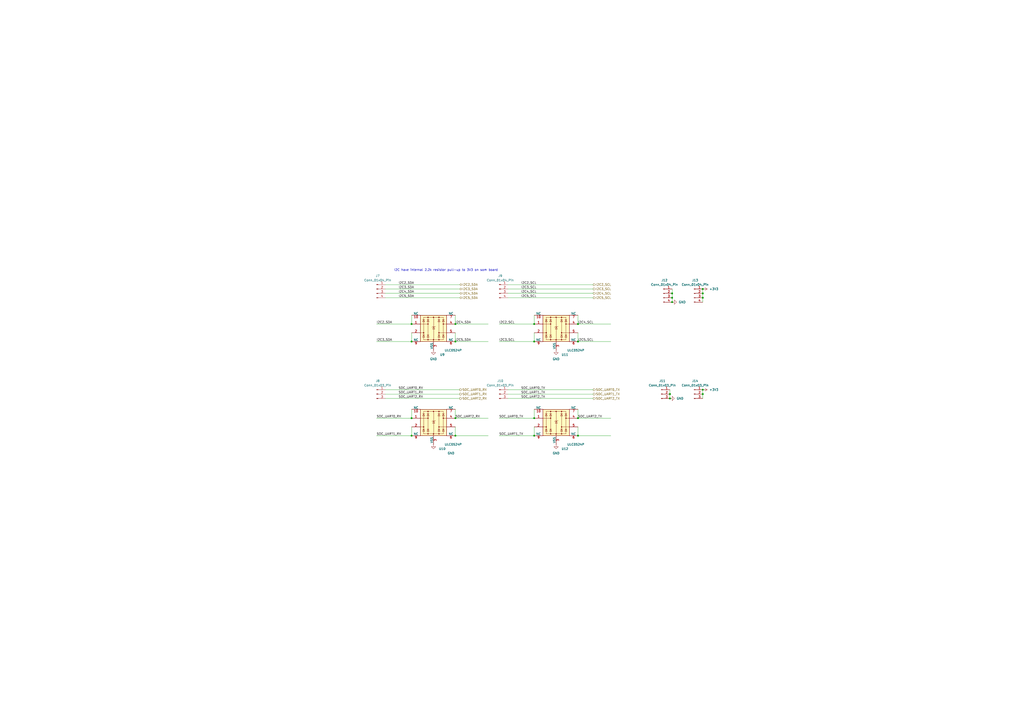
<source format=kicad_sch>
(kicad_sch (version 20250114) (generator "eeschema") (generator_version "9.0")
  (paper "A2")
  (title_block (title "Primer Carrier for LattePanda Mu") (date "2024-03-13") (rev "V1.0.0") (company "DFRobot"))
  (lib_symbols
    (symbol "Connector:Conn_01x03_Pin" (pin_names (offset 1.016) (hide yes))
      (property "Reference" "J" (at 0 5.08 0))
      (property "Value" "Conn_01x03_Pin" (at 0 -5.08 0))
      (symbol "Conn_01x03_Pin_1_1"
        (rectangle (start 0.8636 2.667) (end 0 2.413) (stroke (width 0.1524)) (fill (type outline)))
        (rectangle (start 0.8636 0.127) (end 0 -0.127) (stroke (width 0.1524)) (fill (type outline)))
        (rectangle (start 0.8636 -2.413) (end 0 -2.667) (stroke (width 0.1524)) (fill (type outline)))
        (polyline (pts (xy 1.27 2.54) (xy 0.8636 2.54)) (stroke (width 0.1524)))
        (polyline (pts (xy 1.27 0) (xy 0.8636 0)) (stroke (width 0.1524)))
        (polyline (pts (xy 1.27 -2.54) (xy 0.8636 -2.54)) (stroke (width 0.1524)))
        (pin passive line (at 5.08 2.54 180) (length 3.81) (name "Pin_1") (number "1"))
        (pin passive line (at 5.08 0 180) (length 3.81) (name "Pin_2") (number "2"))
        (pin passive line (at 5.08 -2.54 180) (length 3.81) (name "Pin_3") (number "3"))
      )
    )
    (symbol "Connector:Conn_01x04_Pin" (pin_names (offset 1.016) (hide yes))
      (property "Reference" "J" (at 0 5.08 0))
      (property "Value" "Conn_01x04_Pin" (at 0 -7.62 0))
      (symbol "Conn_01x04_Pin_1_1"
        (rectangle (start 0.8636 2.667) (end 0 2.413) (stroke (width 0.1524)) (fill (type outline)))
        (rectangle (start 0.8636 0.127) (end 0 -0.127) (stroke (width 0.1524)) (fill (type outline)))
        (rectangle (start 0.8636 -2.413) (end 0 -2.667) (stroke (width 0.1524)) (fill (type outline)))
        (rectangle (start 0.8636 -4.953) (end 0 -5.207) (stroke (width 0.1524)) (fill (type outline)))
        (polyline (pts (xy 1.27 2.54) (xy 0.8636 2.54)) (stroke (width 0.1524)))
        (polyline (pts (xy 1.27 0) (xy 0.8636 0)) (stroke (width 0.1524)))
        (polyline (pts (xy 1.27 -2.54) (xy 0.8636 -2.54)) (stroke (width 0.1524)))
        (polyline (pts (xy 1.27 -5.08) (xy 0.8636 -5.08)) (stroke (width 0.1524)))
        (pin passive line (at 5.08 2.54 180) (length 3.81) (name "Pin_1") (number "1"))
        (pin passive line (at 5.08 0 180) (length 3.81) (name "Pin_2") (number "2"))
        (pin passive line (at 5.08 -2.54 180) (length 3.81) (name "Pin_3") (number "3"))
        (pin passive line (at 5.08 -5.08 180) (length 3.81) (name "Pin_4") (number "4"))
      )
    )
    (symbol "Power_Protection:D3V3XA4B10LP" (pin_names (offset 0))
      (property "Reference" "U" (at -0.635 8.89 0))
      (property "Value" "D3V3XA4B10LP" (at 8.89 -10.16 0))
      (symbol "D3V3XA4B10LP_0_0"
        (rectangle (start -5.715 6.477) (end 5.715 -6.604))
        (polyline (pts (xy -3.175 -6.604) (xy -3.175 6.477)))
        (polyline (pts (xy 0.127 6.477) (xy 0.127 -6.604)))
        (polyline (pts (xy 3.175 6.477) (xy 3.175 -6.604)))
      )
      (symbol "D3V3XA4B10LP_0_1"
        (polyline (pts (xy -7.747 2.54) (xy -3.175 2.54)))
        (rectangle (start -7.62 7.62) (end 7.62 -7.62) (stroke (width 0.254)) (fill (type background)))
        (polyline (pts (xy -7.62 -2.54) (xy -5.715 -2.54)))
        (circle (center -5.715 -2.54) (radius 0.2794) (fill (type outline)))
        (polyline (pts (xy -5.08 5.08) (xy -6.35 5.08)))
        (polyline (pts (xy -5.08 3.81) (xy -6.35 3.81) (xy -5.715 5.08) (xy -5.08 3.81)))
        (polyline (pts (xy -5.08 -3.81) (xy -6.35 -3.81)))
        (polyline (pts (xy -5.08 -5.08) (xy -6.35 -5.08) (xy -5.715 -3.81) (xy -5.08 -5.08)))
        (circle (center -3.175 6.477) (radius 0.2794) (fill (type outline)))
        (circle (center -3.175 2.54) (radius 0.2794) (fill (type outline)))
        (circle (center -3.175 -6.604) (radius 0.2794) (fill (type outline)))
        (polyline (pts (xy -2.54 5.08) (xy -3.81 5.08)))
        (polyline (pts (xy -2.54 3.81) (xy -3.81 3.81) (xy -3.175 5.08) (xy -2.54 3.81)))
        (polyline (pts (xy -2.54 -3.81) (xy -3.81 -3.81)))
        (polyline (pts (xy -2.54 -5.08) (xy -3.81 -5.08) (xy -3.175 -3.81) (xy -2.54 -5.08)))
        (polyline (pts (xy -0.508 0.889) (xy -0.889 0.635)))
        (circle (center 0 6.477) (radius 0.2794) (fill (type outline)))
        (polyline (pts (xy 0 -6.604) (xy 0 -7.62)))
        (circle (center 0 -6.604) (radius 0.2794) (fill (type outline)))
        (polyline (pts (xy 0.762 0.889) (xy -0.508 0.889)))
        (polyline (pts (xy 0.762 0.889) (xy 1.143 1.143)))
        (polyline (pts (xy 0.762 -0.381) (xy -0.508 -0.381) (xy 0.127 0.889) (xy 0.762 -0.381)))
        (circle (center 3.175 6.477) (radius 0.2794) (fill (type outline)))
        (circle (center 3.175 -2.54) (radius 0.2794) (fill (type outline)))
        (circle (center 3.175 -6.604) (radius 0.2794) (fill (type outline)))
        (polyline (pts (xy 3.81 5.08) (xy 2.54 5.08)))
        (polyline (pts (xy 3.81 3.81) (xy 2.54 3.81) (xy 3.175 5.08) (xy 3.81 3.81)))
        (polyline (pts (xy 3.81 -3.81) (xy 2.54 -3.81)))
        (polyline (pts (xy 3.81 -5.08) (xy 2.54 -5.08) (xy 3.175 -3.81) (xy 3.81 -5.08)))
        (circle (center 5.715 2.54) (radius 0.2794) (fill (type outline)))
        (polyline (pts (xy 6.35 5.08) (xy 5.08 5.08)))
        (polyline (pts (xy 6.35 3.81) (xy 5.08 3.81) (xy 5.715 5.08) (xy 6.35 3.81)))
        (polyline (pts (xy 6.35 -3.81) (xy 5.08 -3.81)))
        (polyline (pts (xy 6.35 -5.08) (xy 5.08 -5.08) (xy 5.715 -3.81) (xy 6.35 -5.08)))
        (polyline (pts (xy 7.62 2.54) (xy 5.715 2.54)))
        (polyline (pts (xy 7.62 -2.54) (xy 3.175 -2.54)))
      )
      (symbol "D3V3XA4B10LP_1_1"
        (pin free line (at -12.7 7.62 0) (length 5.08) (name "NC") (number "10"))
        (pin passive line (at -12.7 2.54 0) (length 5.08) (name "~") (number "1"))
        (pin passive line (at -12.7 -2.54 0) (length 5.08) (name "~") (number "2"))
        (pin free line (at -12.7 -7.62 0) (length 5.08) (name "NC") (number "9"))
        (pin power_in line (at 0 -12.7 90) (length 5.08) (name "VSS") (number "3"))
        (pin passive line (at 0 -12.7 90) (length 5.08) (hide yes) (name "VSS") (number "8"))
        (pin free line (at 12.7 7.62 180) (length 5.08) (name "NC") (number "7"))
        (pin passive line (at 12.7 2.54 180) (length 5.08) (name "~") (number "4"))
        (pin passive line (at 12.7 -2.54 180) (length 5.08) (name "~") (number "5"))
        (pin free line (at 12.7 -7.62 180) (length 5.08) (name "NC") (number "6"))
      )
    )
    (symbol "power:+3V3" (power) (pin_numbers (hide yes)) (pin_names (offset 0) (hide yes))
      (property "Value" "+3V3" (at 0 3.556 0))
      (symbol "+3V3_0_1"
        (polyline (pts (xy -0.762 1.27) (xy 0 2.54)))
        (polyline (pts (xy 0 2.54) (xy 0.762 1.27)))
        (polyline (pts (xy 0 0) (xy 0 2.54)))
      )
      (symbol "+3V3_1_1"
        (pin power_in line (at 0 0 90) (length 0) (name "~") (number "1"))
      )
    )
    (symbol "power:GND" (power) (pin_numbers (hide yes)) (pin_names (offset 0) (hide yes))
      (property "Value" "GND" (at 0 -3.81 0))
      (symbol "GND_0_1"
        (polyline (pts (xy 0 0) (xy 0 -1.27) (xy 1.27 -1.27) (xy 0 -2.54) (xy -1.27 -1.27) (xy 0 -1.27)))
      )
      (symbol "GND_1_1"
        (pin power_in line (at 0 0 270) (length 0) (name "~") (number "1"))
      )
    )
  )
  (text "I2C have internal 2.2k resistor pull-up to 3V3 on som board\n" (at 228.6 157.48 0) (effects (font (size 1.27 1.27)) (justify left bottom)))
  (junction (at 264.16 242.57))
  (junction (at 389.89 175.26))
  (junction (at 389.89 172.72))
  (junction (at 238.76 242.57))
  (junction (at 309.88 252.73))
  (junction (at 407.67 172.72))
  (junction (at 309.88 242.57))
  (junction (at 238.76 198.12))
  (junction (at 388.62 231.14))
  (junction (at 264.16 252.73))
  (junction (at 407.67 228.6))
  (junction (at 264.16 187.96))
  (junction (at 309.88 187.96))
  (junction (at 407.67 167.64))
  (junction (at 335.28 187.96))
  (junction (at 407.67 226.06))
  (junction (at 335.28 198.12))
  (junction (at 388.62 228.6))
  (junction (at 335.28 242.57))
  (junction (at 389.89 170.18))
  (junction (at 264.16 198.12))
  (junction (at 309.88 198.12))
  (junction (at 407.67 170.18))
  (junction (at 238.76 187.96))
  (junction (at 238.76 252.73))
  (junction (at 335.28 252.73))
  (wire (pts (xy 389.89 170.18) (xy 389.89 172.72)))
  (wire (pts (xy 264.16 237.49) (xy 264.16 242.57)))
  (wire (pts (xy 407.67 172.72) (xy 407.67 175.26)))
  (wire (pts (xy 335.28 187.96) (xy 354.33 187.96)))
  (wire (pts (xy 389.89 172.72) (xy 389.89 175.26)))
  (wire (pts (xy 218.44 187.96) (xy 238.76 187.96)))
  (wire (pts (xy 309.88 193.04) (xy 309.88 198.12)))
  (wire (pts (xy 264.16 198.12) (xy 283.21 198.12)))
  (wire (pts (xy 407.67 167.64) (xy 407.67 170.18)))
  (wire (pts (xy 264.16 193.04) (xy 264.16 198.12)))
  (wire (pts (xy 388.62 228.6) (xy 388.62 226.06)))
  (wire (pts (xy 407.67 226.06) (xy 407.67 228.6)))
  (wire (pts (xy 344.17 172.72) (xy 294.64 172.72)))
  (wire (pts (xy 264.16 247.65) (xy 264.16 252.73)))
  (wire (pts (xy 223.52 226.06) (xy 266.7 226.06)))
  (wire (pts (xy 289.56 242.57) (xy 309.88 242.57)))
  (wire (pts (xy 335.28 242.57) (xy 354.33 242.57)))
  (wire (pts (xy 335.28 193.04) (xy 335.28 198.12)))
  (wire (pts (xy 344.17 165.1) (xy 294.64 165.1)))
  (wire (pts (xy 344.17 170.18) (xy 294.64 170.18)))
  (wire (pts (xy 344.17 167.64) (xy 294.64 167.64)))
  (wire (pts (xy 294.64 231.14) (xy 344.17 231.14)))
  (wire (pts (xy 264.16 252.73) (xy 283.21 252.73)))
  (wire (pts (xy 389.89 167.64) (xy 389.89 170.18)))
  (wire (pts (xy 223.52 167.64) (xy 266.7 167.64)))
  (wire (pts (xy 407.67 170.18) (xy 407.67 172.72)))
  (wire (pts (xy 264.16 182.88) (xy 264.16 187.96)))
  (wire (pts (xy 218.44 242.57) (xy 238.76 242.57)))
  (wire (pts (xy 294.64 226.06) (xy 344.17 226.06)))
  (wire (pts (xy 289.56 187.96) (xy 309.88 187.96)))
  (wire (pts (xy 223.52 170.18) (xy 266.7 170.18)))
  (wire (pts (xy 335.28 182.88) (xy 335.28 187.96)))
  (wire (pts (xy 309.88 237.49) (xy 309.88 242.57)))
  (wire (pts (xy 264.16 187.96) (xy 283.21 187.96)))
  (wire (pts (xy 218.44 198.12) (xy 238.76 198.12)))
  (wire (pts (xy 266.7 228.6) (xy 223.52 228.6)))
  (wire (pts (xy 238.76 237.49) (xy 238.76 242.57)))
  (wire (pts (xy 238.76 247.65) (xy 238.76 252.73)))
  (wire (pts (xy 335.28 237.49) (xy 335.28 242.57)))
  (wire (pts (xy 218.44 252.73) (xy 238.76 252.73)))
  (wire (pts (xy 238.76 182.88) (xy 238.76 187.96)))
  (wire (pts (xy 294.64 228.6) (xy 344.17 228.6)))
  (wire (pts (xy 388.62 231.14) (xy 388.62 228.6)))
  (wire (pts (xy 335.28 247.65) (xy 335.28 252.73)))
  (wire (pts (xy 223.52 172.72) (xy 266.7 172.72)))
  (wire (pts (xy 309.88 182.88) (xy 309.88 187.96)))
  (wire (pts (xy 264.16 242.57) (xy 283.21 242.57)))
  (wire (pts (xy 238.76 193.04) (xy 238.76 198.12)))
  (wire (pts (xy 289.56 198.12) (xy 309.88 198.12)))
  (wire (pts (xy 407.67 228.6) (xy 407.67 231.14)))
  (wire (pts (xy 335.28 252.73) (xy 354.33 252.73)))
  (wire (pts (xy 309.88 247.65) (xy 309.88 252.73)))
  (wire (pts (xy 223.52 165.1) (xy 266.7 165.1)))
  (wire (pts (xy 289.56 252.73) (xy 309.88 252.73)))
  (wire (pts (xy 335.28 198.12) (xy 354.33 198.12)))
  (wire (pts (xy 223.52 231.14) (xy 266.7 231.14)))
  (label "I2C4_SDA" (at 264.16 187.96 0))
  (label "I2C5_SDA" (at 264.16 198.12 0))
  (label "I2C4_SCL" (at 335.28 187.96 0))
  (label "SOC_UART0_TX" (at 302.26 226.06 0))
  (label "I2C3_SDA" (at 231.14 167.64 0))
  (label "I2C3_SCL" (at 302.26 167.64 0))
  (label "SOC_UART1_TX" (at 302.26 228.6 0))
  (label "SOC_UART2_RX" (at 231.14 231.14 0))
  (label "I2C2_SDA" (at 218.44 187.96 0))
  (label "I2C4_SDA" (at 231.14 170.18 0))
  (label "I2C5_SCL" (at 335.28 198.12 0))
  (label "I2C5_SDA" (at 231.14 172.72 0))
  (label "SOC_UART0_TX" (at 289.56 242.57 0))
  (label "SOC_UART1_RX" (at 218.44 252.73 0))
  (label "SOC_UART1_TX" (at 289.56 252.73 0))
  (label "I2C4_SCL" (at 302.26 170.18 0))
  (label "I2C5_SCL" (at 302.26 172.72 0))
  (label "SOC_UART0_RX" (at 218.44 242.57 0))
  (label "SOC_UART0_RX" (at 231.14 226.06 0))
  (label "SOC_UART2_TX" (at 302.26 231.14 0))
  (label "I2C2_SDA" (at 231.14 165.1 0))
  (label "I2C2_SCL" (at 302.26 165.1 0))
  (label "SOC_UART1_RX" (at 231.14 228.6 0))
  (label "SOC_UART2_RX" (at 264.16 242.57 0))
  (label "I2C3_SCL" (at 289.56 198.12 0))
  (label "SOC_UART2_TX" (at 335.28 242.57 0))
  (label "I2C2_SCL" (at 289.56 187.96 0))
  (label "I2C3_SDA" (at 218.44 198.12 0))
  (hierarchical_label "SOC_UART0_TX" (shape output) (at 344.17 226.06 0))
  (hierarchical_label "SOC_UART1_RX" (shape output) (at 266.7 228.6 0))
  (hierarchical_label "I2C4_SCL" (shape output) (at 344.17 170.18 0))
  (hierarchical_label "I2C4_SDA" (shape bidirectional) (at 266.7 170.18 0))
  (hierarchical_label "SOC_UART2_TX" (shape output) (at 344.17 231.14 0))
  (hierarchical_label "SOC_UART0_RX" (shape output) (at 266.7 226.06 0))
  (hierarchical_label "I2C2_SDA" (shape bidirectional) (at 266.7 165.1 0))
  (hierarchical_label "I2C2_SCL" (shape output) (at 344.17 165.1 0))
  (hierarchical_label "I2C5_SCL" (shape output) (at 344.17 172.72 0))
  (hierarchical_label "I2C3_SDA" (shape bidirectional) (at 266.7 167.64 0))
  (hierarchical_label "SOC_UART1_TX" (shape output) (at 344.17 228.6 0))
  (hierarchical_label "I2C3_SCL" (shape output) (at 344.17 167.64 0))
  (hierarchical_label "SOC_UART2_RX" (shape output) (at 266.7 231.14 0))
  (hierarchical_label "I2C5_SDA" (shape bidirectional) (at 266.7 172.72 0))
  (symbol (lib_id "power:+3V3") (at 407.67 226.06 270) (unit 1)
    (property "Reference" "#PWR063" (effects (hide yes)))
    (property "Value" "+3V3" (at 411.48 226.06 90) (effects (justify left)))
  )
  (symbol (lib_id "Connector:Conn_01x03_Pin") (at 289.56 228.6 0) (unit 1)
    (property "Reference" "J10" (at 290.195 220.98 0))
    (property "Value" "Conn_01x03_Pin" (at 290.195 223.52 0))
    (property "Footprint" "A_HDJ_Library:PinHeader_1x03_P2.54mm_Vertical" (effects (hide yes)))
  )
  (symbol (lib_id "Connector:Conn_01x04_Pin") (at 289.56 167.64 0) (unit 1)
    (property "Reference" "J9" (at 290.195 160.02 0))
    (property "Value" "Conn_01x04_Pin" (at 290.195 162.56 0))
    (property "Footprint" "A_HDJ_Library:PinHeader_1x04_P2.54mm_Vertical" (effects (hide yes)))
  )
  (symbol (lib_id "Power_Protection:D3V3XA4B10LP") (at 251.46 190.5 0) (unit 1)
    (property "Reference" "U9" (at 256.54 205.74 0))
    (property "Value" "ULC0524P" (at 262.89 203.2 0))
    (property "Footprint" "A_HDJ_Library:Diodes_UDFN-10_1.0x2.5mm_P0.5mm" (effects (hide yes)))
    (property "Datasheet" "https://www.diodes.com/assets/Datasheets/D3V3XA4B10LP.pdf" (effects (hide yes)))
  )
  (symbol (lib_id "Power_Protection:D3V3XA4B10LP") (at 322.58 190.5 0) (unit 1)
    (property "Reference" "U11" (at 327.66 205.74 0))
    (property "Value" "ULC0524P" (at 334.01 203.2 0))
    (property "Footprint" "A_HDJ_Library:Diodes_UDFN-10_1.0x2.5mm_P0.5mm" (effects (hide yes)))
    (property "Datasheet" "https://www.diodes.com/assets/Datasheets/D3V3XA4B10LP.pdf" (effects (hide yes)))
  )
  (symbol (lib_id "power:GND") (at 322.58 257.81 0) (unit 1)
    (property "Reference" "#PWR059" (effects (hide yes)))
    (property "Value" "GND" (at 322.58 262.89 0))
  )
  (symbol (lib_id "power:GND") (at 389.89 175.26 90) (unit 1)
    (property "Reference" "#PWR061" (effects (hide yes)))
    (property "Value" "GND" (at 393.7 175.26 90) (effects (justify right)))
  )
  (symbol (lib_id "Connector:Conn_01x04_Pin") (at 218.44 167.64 0) (unit 1)
    (property "Reference" "J7" (at 219.075 160.02 0))
    (property "Value" "Conn_01x04_Pin" (at 219.075 162.56 0))
    (property "Footprint" "A_HDJ_Library:PinHeader_1x04_P2.54mm_Vertical" (effects (hide yes)))
  )
  (symbol (lib_id "Connector:Conn_01x03_Pin") (at 218.44 228.6 0) (unit 1)
    (property "Reference" "J8" (at 219.075 220.98 0))
    (property "Value" "Conn_01x03_Pin" (at 219.075 223.52 0))
    (property "Footprint" "A_HDJ_Library:PinHeader_1x03_P2.54mm_Vertical" (effects (hide yes)))
  )
  (symbol (lib_id "Connector:Conn_01x03_Pin") (at 383.54 228.6 0) (unit 1)
    (property "Reference" "J11" (at 384.175 220.98 0))
    (property "Value" "Conn_01x03_Pin" (at 384.175 223.52 0))
    (property "Footprint" "A_HDJ_Library:PinHeader_1x03_P2.54mm_Vertical" (effects (hide yes)))
  )
  (symbol (lib_id "power:GND") (at 251.46 203.2 0) (unit 1)
    (property "Reference" "#PWR056" (effects (hide yes)))
    (property "Value" "GND" (at 251.46 208.28 0))
  )
  (symbol (lib_id "power:GND") (at 388.62 231.14 90) (unit 1)
    (property "Reference" "#PWR060" (effects (hide yes)))
    (property "Value" "GND" (at 392.43 231.14 90) (effects (justify right)))
  )
  (symbol (lib_id "power:GND") (at 322.58 203.2 0) (unit 1)
    (property "Reference" "#PWR058" (effects (hide yes)))
    (property "Value" "GND" (at 322.58 208.28 0))
  )
  (symbol (lib_id "Power_Protection:D3V3XA4B10LP") (at 251.46 245.11 0) (unit 1)
    (property "Reference" "U10" (at 256.54 260.35 0))
    (property "Value" "ULC0524P" (at 262.89 257.81 0))
    (property "Footprint" "A_HDJ_Library:Diodes_UDFN-10_1.0x2.5mm_P0.5mm" (effects (hide yes)))
    (property "Datasheet" "https://www.diodes.com/assets/Datasheets/D3V3XA4B10LP.pdf" (effects (hide yes)))
  )
  (symbol (lib_id "power:+3V3") (at 407.67 167.64 270) (unit 1)
    (property "Reference" "#PWR062" (effects (hide yes)))
    (property "Value" "+3V3" (at 411.48 167.64 90) (effects (justify left)))
  )
  (symbol (lib_id "power:GND") (at 251.46 257.81 0) (unit 1)
    (property "Reference" "#PWR057" (effects (hide yes)))
    (property "Value" "GND" (at 261.62 262.89 0))
  )
  (symbol (lib_id "Connector:Conn_01x04_Pin") (at 402.59 170.18 0) (unit 1)
    (property "Reference" "J13" (at 403.225 162.56 0))
    (property "Value" "Conn_01x04_Pin" (at 403.225 165.1 0))
    (property "Footprint" "A_HDJ_Library:PinHeader_1x04_P2.54mm_Vertical" (effects (hide yes)))
  )
  (symbol (lib_id "Connector:Conn_01x04_Pin") (at 384.81 170.18 0) (unit 1)
    (property "Reference" "J12" (at 385.445 162.56 0))
    (property "Value" "Conn_01x04_Pin" (at 385.445 165.1 0))
    (property "Footprint" "A_HDJ_Library:PinHeader_1x04_P2.54mm_Vertical" (effects (hide yes)))
  )
  (symbol (lib_id "Connector:Conn_01x03_Pin") (at 402.59 228.6 0) (unit 1)
    (property "Reference" "J14" (at 403.225 220.98 0))
    (property "Value" "Conn_01x03_Pin" (at 403.225 223.52 0))
    (property "Footprint" "A_HDJ_Library:PinHeader_1x03_P2.54mm_Vertical" (effects (hide yes)))
  )
  (symbol (lib_id "Power_Protection:D3V3XA4B10LP") (at 322.58 245.11 0) (unit 1)
    (property "Reference" "U12" (at 327.66 260.35 0))
    (property "Value" "ULC0524P" (at 334.01 257.81 0))
    (property "Footprint" "A_HDJ_Library:Diodes_UDFN-10_1.0x2.5mm_P0.5mm" (effects (hide yes)))
    (property "Datasheet" "https://www.diodes.com/assets/Datasheets/D3V3XA4B10LP.pdf" (effects (hide yes)))
  )
)
</source>
